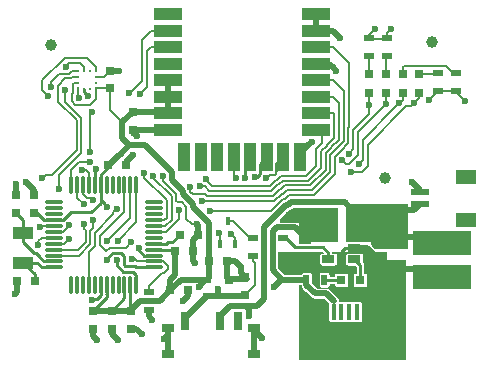
<source format=gtl>
G04 #@! TF.FileFunction,Copper,L1,Top,Signal*
%FSLAX45Y45*%
G04 Gerber Fmt 4.5, Leading zero omitted, Abs format (unit mm)*
G04 Created by KiCad (PCBNEW 4.0.7-e2-6376~61~ubuntu18.04.1) date Mon Jan 28 20:27:59 2019*
%MOMM*%
%LPD*%
G01*
G04 APERTURE LIST*
%ADD10C,0.100000*%
%ADD11R,0.750000X0.500000*%
%ADD12R,0.750000X0.600000*%
%ADD13R,0.750000X0.800000*%
%ADD14R,0.800000X0.750000*%
%ADD15R,0.800000X0.800000*%
%ADD16R,0.450000X1.380000*%
%ADD17R,1.475000X2.100000*%
%ADD18R,1.175000X1.900000*%
%ADD19R,2.375000X1.900000*%
%ADD20R,0.450000X0.700000*%
%ADD21R,0.900000X0.500000*%
%ADD22R,0.500000X0.900000*%
%ADD23R,2.450000X1.000000*%
%ADD24R,1.000000X2.450000*%
%ADD25O,1.600000X0.300000*%
%ADD26O,0.300000X1.600000*%
%ADD27R,0.275000X0.250000*%
%ADD28R,0.250000X0.275000*%
%ADD29R,1.060000X0.650000*%
%ADD30R,1.800000X1.000000*%
%ADD31C,1.000000*%
%ADD32R,0.700000X1.500000*%
%ADD33R,1.000000X0.800000*%
%ADD34R,1.550000X0.600000*%
%ADD35R,1.800000X1.200000*%
%ADD36R,5.000000X2.000000*%
%ADD37C,0.600000*%
%ADD38C,0.500000*%
%ADD39C,0.250000*%
%ADD40C,0.200000*%
%ADD41C,0.025400*%
G04 APERTURE END LIST*
D10*
D11*
X14887500Y-9455000D03*
X14702500Y-9455000D03*
D12*
X14887500Y-9330000D03*
D11*
X14702500Y-9325000D03*
D13*
X13090000Y-8755000D03*
X13090000Y-8605000D03*
X14075000Y-7900000D03*
X14075000Y-8050000D03*
D14*
X13245000Y-9330000D03*
X13095000Y-9330000D03*
D13*
X13240000Y-8755000D03*
X13240000Y-8605000D03*
X13740000Y-9585000D03*
X13740000Y-9735000D03*
X13900000Y-9585000D03*
X13900000Y-9735000D03*
X14060000Y-9585000D03*
X14060000Y-9735000D03*
D14*
X14435000Y-9080000D03*
X14585000Y-9080000D03*
X13870000Y-8350000D03*
X14020000Y-8350000D03*
X14395000Y-9410000D03*
X14545000Y-9410000D03*
X14475000Y-8940000D03*
X14625000Y-8940000D03*
D13*
X13880000Y-7550000D03*
X13880000Y-7700000D03*
X15030000Y-9450000D03*
X15030000Y-9300000D03*
X15540000Y-8965000D03*
X15540000Y-9115000D03*
D14*
X14720000Y-9165000D03*
X14870000Y-9165000D03*
D13*
X16140000Y-8985000D03*
X16140000Y-9135000D03*
D15*
X16080000Y-7740000D03*
X16080000Y-7580000D03*
X16220000Y-7740000D03*
X16220000Y-7580000D03*
X16500000Y-7740000D03*
X16500000Y-7580000D03*
X16360000Y-7740000D03*
X16360000Y-7580000D03*
X15840000Y-9320000D03*
X16000000Y-9320000D03*
D16*
X15776250Y-9589000D03*
X15841250Y-9589000D03*
X15906250Y-9589000D03*
X15971250Y-9589000D03*
X16036250Y-9589000D03*
D17*
X15660000Y-9625000D03*
X16152500Y-9625000D03*
D18*
X15822500Y-9855000D03*
X15990000Y-9855000D03*
D19*
X15615000Y-9855000D03*
X16197500Y-9855000D03*
D20*
X14815000Y-9020000D03*
X14945000Y-9020000D03*
X14880000Y-8820000D03*
D21*
X16080000Y-7425000D03*
X16080000Y-7275000D03*
X16230000Y-7425000D03*
X16230000Y-7275000D03*
X16660000Y-7570000D03*
X16660000Y-7720000D03*
X16810000Y-7570000D03*
X16810000Y-7720000D03*
X15090000Y-9115000D03*
X15090000Y-8965000D03*
X14210000Y-9425000D03*
X14210000Y-9575000D03*
X15350000Y-8965000D03*
X15350000Y-9115000D03*
D22*
X15545000Y-9320000D03*
X15695000Y-9320000D03*
D23*
X14370500Y-7070000D03*
X14370500Y-7210000D03*
X14370500Y-7350000D03*
X14370500Y-7490000D03*
X14370500Y-7630000D03*
X14370500Y-7770000D03*
X14370500Y-7910000D03*
X14370500Y-8050000D03*
X15629500Y-7070000D03*
X15629500Y-7210000D03*
X15629500Y-7350000D03*
X15629500Y-7490000D03*
X15629500Y-7630000D03*
X15629500Y-7770000D03*
X15629500Y-7910000D03*
X15629500Y-8050000D03*
D24*
X14510000Y-8279500D03*
X14650000Y-8279500D03*
X14790000Y-8279500D03*
X14930000Y-8279500D03*
X15070000Y-8279500D03*
X15210000Y-8279500D03*
X15350000Y-8279500D03*
X15490000Y-8279500D03*
D25*
X13405000Y-8665000D03*
X13405000Y-8715000D03*
X13405000Y-8765000D03*
X13405000Y-8815000D03*
X13405000Y-8865000D03*
X13405000Y-8915000D03*
X13405000Y-8965000D03*
X13405000Y-9015000D03*
X13405000Y-9065000D03*
X13405000Y-9115000D03*
X13405000Y-9165000D03*
X13405000Y-9215000D03*
D26*
X13555000Y-9365000D03*
X13605000Y-9365000D03*
X13655000Y-9365000D03*
X13705000Y-9365000D03*
X13755000Y-9365000D03*
X13805000Y-9365000D03*
X13855000Y-9365000D03*
X13905000Y-9365000D03*
X13955000Y-9365000D03*
X14005000Y-9365000D03*
X14055000Y-9365000D03*
X14105000Y-9365000D03*
D25*
X14255000Y-9215000D03*
X14255000Y-9165000D03*
X14255000Y-9115000D03*
X14255000Y-9065000D03*
X14255000Y-9015000D03*
X14255000Y-8965000D03*
X14255000Y-8915000D03*
X14255000Y-8865000D03*
X14255000Y-8815000D03*
X14255000Y-8765000D03*
X14255000Y-8715000D03*
X14255000Y-8665000D03*
D26*
X14105000Y-8515000D03*
X14055000Y-8515000D03*
X14005000Y-8515000D03*
X13955000Y-8515000D03*
X13905000Y-8515000D03*
X13855000Y-8515000D03*
X13805000Y-8515000D03*
X13755000Y-8515000D03*
X13705000Y-8515000D03*
X13655000Y-8515000D03*
X13605000Y-8515000D03*
X13555000Y-8515000D03*
D27*
X13610000Y-7550000D03*
X13610000Y-7600000D03*
X13610000Y-7650000D03*
X13610000Y-7700000D03*
D28*
X13661250Y-7701250D03*
X13711250Y-7701250D03*
D27*
X13762500Y-7550000D03*
X13762500Y-7700000D03*
X13762500Y-7600000D03*
X13762500Y-7650000D03*
D28*
X13661250Y-7548750D03*
X13711250Y-7548750D03*
D29*
X15950000Y-9145000D03*
X15950000Y-9050000D03*
X15950000Y-8955000D03*
X15730000Y-8955000D03*
X15730000Y-9145000D03*
D30*
X13150000Y-8925000D03*
X13150000Y-9175000D03*
D31*
X16210000Y-8460000D03*
X16610000Y-7310000D03*
X13380000Y-7330000D03*
D32*
X14515000Y-9665000D03*
X14815000Y-9665000D03*
X14965000Y-9665000D03*
D33*
X14375000Y-9730000D03*
X14375000Y-9950000D03*
X15105000Y-9730000D03*
X15105000Y-9950000D03*
D34*
X16506250Y-8680000D03*
X16506250Y-8580000D03*
D35*
X16893750Y-8810000D03*
X16893750Y-8450000D03*
D36*
X16690000Y-9010000D03*
X16690000Y-9300000D03*
D37*
X16440000Y-8490000D03*
X15590244Y-8151366D03*
X15840000Y-9140000D03*
X15840000Y-9220000D03*
X15520000Y-9500000D03*
X15510000Y-9590000D03*
X16130000Y-9320000D03*
X16220000Y-9230000D03*
X16310000Y-9670000D03*
X15860000Y-9450000D03*
X15950000Y-9450000D03*
X16040000Y-9450000D03*
X16130000Y-9410000D03*
X16220000Y-9410000D03*
X16220000Y-9320000D03*
X16310000Y-9320000D03*
X16310000Y-9410000D03*
X16310000Y-9500000D03*
X13950000Y-9830000D03*
X13770000Y-9830000D03*
X16890000Y-7810000D03*
X16587434Y-7795811D03*
X14330000Y-8440000D03*
X13170000Y-8490000D03*
X13290000Y-8870000D03*
X13763397Y-8386037D03*
X16260000Y-7200000D03*
X16130000Y-7200000D03*
X14080000Y-8260000D03*
X14108738Y-8104999D03*
X13727823Y-9490862D03*
X14500000Y-9500000D03*
X14240000Y-9660000D03*
X14600000Y-9180000D03*
X14620000Y-8850000D03*
X14150000Y-9780000D03*
X14340000Y-9820000D03*
X15799999Y-7550000D03*
X13960000Y-7550000D03*
X13080000Y-9440000D03*
X13090000Y-8510000D03*
X13620004Y-7776900D03*
X16310000Y-9230000D03*
X16310000Y-9591250D03*
X16120000Y-9250000D03*
X15610000Y-9230000D03*
X15460000Y-9230000D03*
X15380000Y-9200000D03*
X14990000Y-9210000D03*
X15830000Y-7270000D03*
X15510000Y-9670000D03*
X15170000Y-9810000D03*
X14635000Y-9380000D03*
X13860000Y-8700005D03*
X15270000Y-9380000D03*
X15400000Y-8770000D03*
X15470000Y-8750000D03*
X15560000Y-8850000D03*
X15650000Y-8850000D03*
X15560000Y-8750000D03*
X15650000Y-8750000D03*
X15740000Y-8750000D03*
X15740000Y-8850000D03*
X15060000Y-9630000D03*
X16240000Y-8840000D03*
X16140000Y-8840000D03*
X16040000Y-8840000D03*
X16040000Y-8730000D03*
X16140000Y-8730000D03*
X16240000Y-8730000D03*
X15940000Y-8840000D03*
X15940000Y-8730000D03*
X16340000Y-8730000D03*
X16340000Y-8840000D03*
X16340000Y-8960000D03*
X16235000Y-8985000D03*
X16080000Y-7840000D03*
X15904261Y-8251659D03*
X14950000Y-8460000D03*
X16220000Y-7833430D03*
X15847905Y-8308440D03*
X15029982Y-8461737D03*
X16460000Y-7820000D03*
X15920000Y-8410000D03*
X15205142Y-8461693D03*
X16327872Y-7827274D03*
X15987192Y-8341031D03*
X15109999Y-8452000D03*
X14249999Y-8440000D03*
X14140000Y-7750000D03*
X13856725Y-8993023D03*
X13949447Y-8987966D03*
X14061714Y-9002186D03*
X13940000Y-8720000D03*
X14800000Y-9400000D03*
X13940000Y-9152969D03*
X13860008Y-9148772D03*
X14126941Y-9049235D03*
X14810000Y-8919999D03*
X14069829Y-9144997D03*
X14910000Y-8930000D03*
X13730001Y-7900703D03*
X13710000Y-8240000D03*
X13740000Y-8810000D03*
X13699139Y-7765158D03*
X14172749Y-8419201D03*
X14044770Y-7740375D03*
X14465002Y-8724930D03*
X14730000Y-8740000D03*
X14659942Y-8654209D03*
X13660000Y-8680000D03*
X14562431Y-8530651D03*
X13736322Y-8642259D03*
X14642424Y-8529506D03*
X13642124Y-8386287D03*
X14693352Y-8467809D03*
X13711652Y-8321652D03*
X13309997Y-8460003D03*
X13275502Y-9023062D03*
X13384960Y-7683992D03*
X13534677Y-8971468D03*
X13360000Y-7760000D03*
X13534972Y-8860153D03*
X13509625Y-7515230D03*
X13504961Y-7709695D03*
X13666383Y-8849479D03*
X13451757Y-8548467D03*
D38*
X16506250Y-8580000D02*
X16506250Y-8556250D01*
X16506250Y-8556250D02*
X16440000Y-8490000D01*
X16690000Y-9300000D02*
X16620000Y-9230000D01*
X16620000Y-9230000D02*
X16310000Y-9230000D01*
X15460000Y-9230000D02*
X15500000Y-9190000D01*
X15500000Y-9190000D02*
X15570000Y-9190000D01*
X15570000Y-9190000D02*
X15610000Y-9230000D01*
X15560244Y-8181366D02*
X15590244Y-8151366D01*
X15490000Y-8251610D02*
X15560244Y-8181366D01*
X15490000Y-8279500D02*
X15490000Y-8251610D01*
D39*
X15840000Y-9140000D02*
X15840000Y-9082000D01*
X15840000Y-9082000D02*
X15872000Y-9050000D01*
X15872000Y-9050000D02*
X15950000Y-9050000D01*
X15840000Y-9220000D02*
X15840000Y-9140000D01*
X15510000Y-9590000D02*
X15510000Y-9510000D01*
X15510000Y-9510000D02*
X15520000Y-9500000D01*
X15510000Y-9670000D02*
X15510000Y-9590000D01*
X16220000Y-9320000D02*
X16310000Y-9320000D01*
X16220000Y-9230000D02*
X16310000Y-9230000D01*
X16120000Y-9250000D02*
X16200000Y-9250000D01*
X16200000Y-9250000D02*
X16220000Y-9230000D01*
X16130000Y-9320000D02*
X16220000Y-9320000D01*
X15860000Y-9450000D02*
X15950000Y-9450000D01*
X16040000Y-9450000D02*
X15950000Y-9450000D01*
X16130000Y-9410000D02*
X16080000Y-9410000D01*
X16080000Y-9410000D02*
X16040000Y-9450000D01*
X16220000Y-9410000D02*
X16130000Y-9410000D01*
X16310000Y-9410000D02*
X16220000Y-9410000D01*
X16310000Y-9591250D02*
X16310000Y-9670000D01*
X16310000Y-9500000D02*
X16310000Y-9591250D01*
X16310000Y-9410000D02*
X16310000Y-9500000D01*
X16310000Y-9320000D02*
X16310000Y-9410000D01*
X16310000Y-9230000D02*
X16310000Y-9320000D01*
D40*
X16810000Y-7720000D02*
X16810000Y-7730000D01*
X16810000Y-7730000D02*
X16890000Y-7810000D01*
X16660000Y-7720000D02*
X16660000Y-7723246D01*
X16660000Y-7723246D02*
X16587434Y-7795811D01*
X14330000Y-8480000D02*
X14330000Y-8440000D01*
X14445003Y-8595003D02*
X14330000Y-8480000D01*
X14445003Y-8655003D02*
X14445003Y-8595003D01*
X14530000Y-8802426D02*
X14530000Y-8701125D01*
X14530000Y-8701125D02*
X14493803Y-8664929D01*
X14493803Y-8664929D02*
X14454929Y-8664929D01*
X14454929Y-8664929D02*
X14445003Y-8655003D01*
X14620000Y-8850000D02*
X14577574Y-8850000D01*
X14577574Y-8850000D02*
X14530000Y-8802426D01*
D38*
X13240000Y-8605000D02*
X13240000Y-8560000D01*
X13240000Y-8560000D02*
X13170000Y-8490000D01*
X13240000Y-8605000D02*
X13249996Y-8595004D01*
X13249996Y-8595004D02*
X13249996Y-8591980D01*
D40*
X13405000Y-8865000D02*
X13295000Y-8865000D01*
X13295000Y-8865000D02*
X13290000Y-8870000D01*
D39*
X13755000Y-8515000D02*
X13755000Y-8394434D01*
X13755000Y-8394434D02*
X13763397Y-8386037D01*
D40*
X16080000Y-7275000D02*
X16080000Y-7250000D01*
X16080000Y-7250000D02*
X16130000Y-7200000D01*
X16660000Y-7720000D02*
X16660000Y-7730000D01*
X16080000Y-7280000D02*
X16225000Y-7280000D01*
X16225000Y-7280000D02*
X16230000Y-7275000D01*
X16810000Y-7720000D02*
X16810000Y-7740000D01*
X16660000Y-7720000D02*
X16810000Y-7720000D01*
X16230000Y-7275000D02*
X16230000Y-7230000D01*
X16230000Y-7230000D02*
X16260000Y-7200000D01*
D38*
X15490000Y-8279500D02*
X15490000Y-8260000D01*
X15490000Y-8279500D02*
X15490000Y-8266967D01*
X14020000Y-8350000D02*
X14020000Y-8320000D01*
X14020000Y-8320000D02*
X14080000Y-8260000D01*
X14078738Y-8074999D02*
X14108738Y-8104999D01*
X14075000Y-8071261D02*
X14078738Y-8074999D01*
X14075000Y-8050000D02*
X14075000Y-8071261D01*
D39*
X13772176Y-9480000D02*
X13738684Y-9480000D01*
X13738684Y-9480000D02*
X13727823Y-9490862D01*
X13805000Y-9365000D02*
X13805000Y-9447177D01*
X13805000Y-9447177D02*
X13772176Y-9480000D01*
X13805000Y-9445000D02*
X13805000Y-9447177D01*
X13805000Y-9365000D02*
X13805000Y-9445000D01*
D38*
X14585000Y-9080000D02*
X14585000Y-8980000D01*
X14585000Y-8980000D02*
X14625000Y-8940000D01*
X14545000Y-9410000D02*
X14545000Y-9455000D01*
X14545000Y-9455000D02*
X14500000Y-9500000D01*
X14210000Y-9575000D02*
X14210000Y-9630000D01*
X14210000Y-9630000D02*
X14240000Y-9660000D01*
X14585000Y-9080000D02*
X14585000Y-9165000D01*
X14585000Y-9165000D02*
X14600000Y-9180000D01*
X14625000Y-8940000D02*
X14625000Y-8855000D01*
X14625000Y-8855000D02*
X14620000Y-8850000D01*
X13740000Y-9735000D02*
X13740000Y-9800000D01*
X13740000Y-9800000D02*
X13770000Y-9830000D01*
X13900000Y-9735000D02*
X13900000Y-9780000D01*
X13900000Y-9780000D02*
X13950000Y-9830000D01*
X14060000Y-9735000D02*
X14105000Y-9735000D01*
X14105000Y-9735000D02*
X14150000Y-9780000D01*
X14375000Y-9730000D02*
X14375000Y-9785000D01*
X14870000Y-9165000D02*
X14945000Y-9165000D01*
X14945000Y-9165000D02*
X14990000Y-9210000D01*
X15629500Y-7490000D02*
X15739999Y-7490000D01*
X15739999Y-7490000D02*
X15769999Y-7520000D01*
X15769999Y-7520000D02*
X15799999Y-7550000D01*
X13880000Y-7550000D02*
X13960000Y-7550000D01*
X13095000Y-9330000D02*
X13095000Y-9425000D01*
X13095000Y-9425000D02*
X13080000Y-9440000D01*
X13090000Y-8605000D02*
X13090000Y-8510000D01*
D40*
X13610000Y-7700000D02*
X13610000Y-7766896D01*
X13610000Y-7766896D02*
X13620004Y-7776900D01*
D38*
X14990000Y-9210000D02*
X14990000Y-9260000D01*
X14990000Y-9260000D02*
X15030000Y-9300000D01*
X15977500Y-9067500D02*
X16037500Y-9067500D01*
X15960000Y-9050000D02*
X15977500Y-9067500D01*
X15950000Y-9050000D02*
X15960000Y-9050000D01*
X16152500Y-9625000D02*
X16276250Y-9625000D01*
X16276250Y-9625000D02*
X16310000Y-9591250D01*
X16140000Y-9135000D02*
X16140000Y-9230000D01*
X16140000Y-9230000D02*
X16120000Y-9250000D01*
X15380000Y-9200000D02*
X15430000Y-9200000D01*
X15430000Y-9200000D02*
X15460000Y-9230000D01*
X15350000Y-9115000D02*
X15350000Y-9170000D01*
X15350000Y-9170000D02*
X15380000Y-9200000D01*
X15350000Y-9115000D02*
X15540000Y-9115000D01*
X15950000Y-9050000D02*
X16055000Y-9050000D01*
X16055000Y-9050000D02*
X16140000Y-9135000D01*
X14075000Y-8050000D02*
X14162500Y-8050000D01*
X15045000Y-9315000D02*
X14897500Y-9315000D01*
X14897500Y-9315000D02*
X14887500Y-9325000D01*
X14870000Y-9165000D02*
X14870000Y-9307500D01*
X14870000Y-9307500D02*
X14887500Y-9325000D01*
X14370500Y-8050000D02*
X14075000Y-8050000D01*
X15629500Y-7210000D02*
X15629500Y-7070000D01*
X15629500Y-7210000D02*
X15770000Y-7210000D01*
X15770000Y-7210000D02*
X15830000Y-7270000D01*
X13880000Y-7550000D02*
X13920000Y-7550000D01*
X15660000Y-9625000D02*
X15555000Y-9625000D01*
X15555000Y-9625000D02*
X15510000Y-9670000D01*
X14375000Y-9730000D02*
X14375000Y-9950000D01*
X15105000Y-9730000D02*
X15105000Y-9950000D01*
X14375000Y-9785000D02*
X14340000Y-9820000D01*
X15105000Y-9730000D02*
X15105000Y-9745000D01*
X15105000Y-9745000D02*
X15170000Y-9810000D01*
D40*
X13762500Y-7600000D02*
X13830000Y-7600000D01*
X13830000Y-7600000D02*
X13880000Y-7550000D01*
D39*
X14370500Y-8050000D02*
X14327400Y-8050000D01*
D38*
X15615000Y-9855000D02*
X15615000Y-9670000D01*
X15615000Y-9670000D02*
X15660000Y-9625000D01*
X15822500Y-9855000D02*
X15615000Y-9855000D01*
X15990000Y-9855000D02*
X15822500Y-9855000D01*
X16197500Y-9855000D02*
X15990000Y-9855000D01*
X16152500Y-9625000D02*
X16152500Y-9810000D01*
X16152500Y-9810000D02*
X16197500Y-9855000D01*
X16152500Y-9625000D02*
X16072250Y-9625000D01*
X16072250Y-9625000D02*
X16038750Y-9591500D01*
X16038750Y-9591500D02*
X16038750Y-9589000D01*
D39*
X14335110Y-9951700D02*
X14384611Y-9951700D01*
X13322823Y-9165000D02*
X13405000Y-9165000D01*
X13292499Y-9134676D02*
X13322823Y-9165000D01*
X13292499Y-9130173D02*
X13292499Y-9134676D01*
X13254826Y-9092500D02*
X13292499Y-9130173D01*
X13242500Y-9092500D02*
X13254826Y-9092500D01*
X13150000Y-9000000D02*
X13242500Y-9092500D01*
X13150000Y-8925000D02*
X13150000Y-9000000D01*
X13150000Y-8925000D02*
X13150000Y-8815000D01*
X13150000Y-8815000D02*
X13090000Y-8755000D01*
X13245000Y-9330000D02*
X13245000Y-9270000D01*
X13245000Y-9270000D02*
X13150000Y-9175000D01*
X13150000Y-9175000D02*
X13265000Y-9175000D01*
X13265000Y-9175000D02*
X13305000Y-9215000D01*
X13305000Y-9215000D02*
X13405000Y-9215000D01*
X14255000Y-9015000D02*
X14360000Y-9015000D01*
X14360000Y-9015000D02*
X14372500Y-9002500D01*
X14372500Y-9002500D02*
X14410000Y-9002500D01*
X14410000Y-9002500D02*
X14472500Y-8940000D01*
X14472500Y-8940000D02*
X14475000Y-8940000D01*
D38*
X14702500Y-9325000D02*
X14690000Y-9325000D01*
X14690000Y-9325000D02*
X14635000Y-9380000D01*
D39*
X13805000Y-8667745D02*
X13805000Y-8625000D01*
X13556371Y-8747500D02*
X13725245Y-8747500D01*
X13725245Y-8747500D02*
X13805000Y-8667745D01*
X13405000Y-8815000D02*
X13488871Y-8815000D01*
X13488871Y-8815000D02*
X13556371Y-8747500D01*
X14060000Y-9585000D02*
X14055000Y-9580000D01*
X14055000Y-9580000D02*
X14055000Y-9365000D01*
X13900000Y-9585000D02*
X14060000Y-9585000D01*
X14005000Y-9477500D02*
X13900000Y-9582500D01*
X13900000Y-9582500D02*
X13900000Y-9585000D01*
X14005000Y-9365000D02*
X14005000Y-9477500D01*
X13740000Y-9585000D02*
X13740000Y-9582500D01*
X13740000Y-9582500D02*
X13855000Y-9467500D01*
X13855000Y-9467500D02*
X13855000Y-9365000D01*
D38*
X14140000Y-9500000D02*
X14060000Y-9580000D01*
X14060000Y-9580000D02*
X14060000Y-9585000D01*
X14302500Y-9500000D02*
X14140000Y-9500000D01*
D39*
X13900000Y-9585000D02*
X13900000Y-9580000D01*
X13740000Y-9585000D02*
X13740000Y-9570000D01*
X13900000Y-9585000D02*
X13962500Y-9585000D01*
D38*
X14181000Y-8180000D02*
X14046500Y-8180000D01*
X14405000Y-8477217D02*
X14405000Y-8404000D01*
X14405000Y-8404000D02*
X14181000Y-8180000D01*
X14500004Y-8592221D02*
X14500004Y-8572221D01*
X14585001Y-8677218D02*
X14500004Y-8592221D01*
X14585001Y-8707218D02*
X14585001Y-8677218D01*
X14720000Y-9165000D02*
X14720000Y-8842217D01*
X14720000Y-8842217D02*
X14585001Y-8707218D01*
X14500004Y-8572221D02*
X14405000Y-8477217D01*
D40*
X13560004Y-7810294D02*
X13560004Y-7742746D01*
X13586611Y-7836901D02*
X13560004Y-7810294D01*
X13566250Y-7736500D02*
X13566250Y-7660000D01*
X13566250Y-7660000D02*
X13576250Y-7650000D01*
X13576250Y-7650000D02*
X13610000Y-7650000D01*
X13560004Y-7742746D02*
X13566250Y-7736500D01*
X13762500Y-7790595D02*
X13716194Y-7836901D01*
X13762500Y-7700000D02*
X13762500Y-7790595D01*
X13716194Y-7836901D02*
X13586611Y-7836901D01*
D39*
X13322823Y-8815000D02*
X13405000Y-8815000D01*
X13262823Y-8755000D02*
X13322823Y-8815000D01*
X13240000Y-8755000D02*
X13262823Y-8755000D01*
X13805000Y-8432824D02*
X13870000Y-8367823D01*
X13805000Y-8515000D02*
X13805000Y-8432824D01*
X13870000Y-8367823D02*
X13870000Y-8350000D01*
X13805000Y-8620000D02*
X13805000Y-8645005D01*
X13830000Y-8670006D02*
X13860000Y-8700005D01*
X13805000Y-8645005D02*
X13830000Y-8670006D01*
D38*
X13960000Y-8262500D02*
X13964000Y-8262500D01*
X13964000Y-8262500D02*
X14046500Y-8180000D01*
X13987500Y-8100000D02*
X13987500Y-7987500D01*
X14046500Y-8180000D02*
X13987500Y-8121000D01*
X13987500Y-8121000D02*
X13987500Y-8100000D01*
D40*
X13880000Y-7700000D02*
X13762500Y-7700000D01*
D39*
X13855000Y-9365000D02*
X13855000Y-9435000D01*
X13855000Y-9435000D02*
X13852501Y-9437499D01*
D38*
X14060000Y-9585000D02*
X14060000Y-9582500D01*
X14302500Y-9500000D02*
X14392500Y-9410000D01*
X14392500Y-9410000D02*
X14395000Y-9410000D01*
X14435000Y-9210000D02*
X14435000Y-9080000D01*
X14395000Y-9410000D02*
X14395000Y-9322500D01*
X14395000Y-9322500D02*
X14435000Y-9282500D01*
X14435000Y-9282500D02*
X14435000Y-9210000D01*
X14702500Y-9325000D02*
X14480000Y-9325000D01*
X14480000Y-9325000D02*
X14395000Y-9410000D01*
D39*
X13805000Y-8600000D02*
X13805000Y-8625000D01*
D38*
X13960000Y-8262500D02*
X13872500Y-8350000D01*
X13872500Y-8350000D02*
X13870000Y-8350000D01*
D39*
X13805000Y-8620000D02*
X13805000Y-8625000D01*
X13805000Y-8620000D02*
X13805000Y-8515000D01*
X13805000Y-8515000D02*
X13805000Y-8600000D01*
D40*
X13880000Y-7700000D02*
X13880000Y-7880000D01*
X13880000Y-7880000D02*
X13987500Y-7987500D01*
D38*
X13987500Y-7987500D02*
X14075000Y-7900000D01*
X14075000Y-7902500D02*
X14075000Y-7900000D01*
D39*
X14435000Y-9080000D02*
X14420000Y-9065000D01*
X14420000Y-9065000D02*
X14255000Y-9065000D01*
D38*
X14060000Y-9585000D02*
X13740000Y-9585000D01*
X14370500Y-7770000D02*
X14370500Y-7630000D01*
X14370500Y-7910000D02*
X14370500Y-7770000D01*
X14075000Y-7900000D02*
X14360500Y-7900000D01*
X14360500Y-7900000D02*
X14370500Y-7910000D01*
X14720000Y-9165000D02*
X14720000Y-9307500D01*
X14720000Y-9307500D02*
X14702500Y-9325000D01*
D40*
X13880000Y-7700000D02*
X13880000Y-7760000D01*
D38*
X14720000Y-9165000D02*
X14722500Y-9165000D01*
X15340000Y-9320000D02*
X15330000Y-9320000D01*
X15330000Y-9320000D02*
X15270000Y-9380000D01*
D39*
X15470000Y-8750000D02*
X15420000Y-8750000D01*
X15420000Y-8750000D02*
X15400000Y-8770000D01*
X15560000Y-8750000D02*
X15470000Y-8750000D01*
D38*
X15540000Y-8962500D02*
X15540000Y-8965000D01*
X15452500Y-8875000D02*
X15540000Y-8962500D01*
X15260000Y-9240000D02*
X15260000Y-8908997D01*
X15340000Y-9320000D02*
X15260000Y-9240000D01*
X15293996Y-8875000D02*
X15452500Y-8875000D01*
X15260000Y-8908997D02*
X15293996Y-8875000D01*
X15545000Y-9320000D02*
X15340000Y-9320000D01*
X15715000Y-9435000D02*
X15615000Y-9435000D01*
X15615000Y-9435000D02*
X15545000Y-9365000D01*
D39*
X15650000Y-8850000D02*
X15560000Y-8850000D01*
X15740000Y-8850000D02*
X15650000Y-8850000D01*
X15650000Y-8750000D02*
X15560000Y-8750000D01*
X15740000Y-8750000D02*
X15650000Y-8750000D01*
X15740000Y-8850000D02*
X15740000Y-8750000D01*
X15730000Y-8955000D02*
X15730000Y-8860000D01*
X15730000Y-8860000D02*
X15740000Y-8850000D01*
X15730000Y-8955000D02*
X15652000Y-8955000D01*
X15652000Y-8955000D02*
X15640000Y-8943000D01*
D38*
X15715000Y-9435000D02*
X15776250Y-9496250D01*
X15730000Y-8955000D02*
X15550000Y-8955000D01*
X15550000Y-8955000D02*
X15540000Y-8965000D01*
D40*
X15776250Y-9589000D02*
X15776250Y-9496250D01*
X15776250Y-9496250D02*
X15773750Y-9493750D01*
D38*
X16340000Y-8960000D02*
X16640000Y-8960000D01*
X16640000Y-8960000D02*
X16690000Y-9010000D01*
X16340000Y-8730000D02*
X16456250Y-8730000D01*
X16456250Y-8730000D02*
X16506250Y-8680000D01*
X15060000Y-9630000D02*
X15060000Y-9569000D01*
X15060000Y-9569000D02*
X15031000Y-9540000D01*
X15000000Y-9540000D02*
X15130000Y-9540000D01*
X14900000Y-9540000D02*
X15000000Y-9540000D01*
X15000000Y-9540000D02*
X15031000Y-9540000D01*
D39*
X16040000Y-8840000D02*
X15940000Y-8840000D01*
X16140000Y-8840000D02*
X16040000Y-8840000D01*
X16240000Y-8840000D02*
X16140000Y-8840000D01*
X16340000Y-8840000D02*
X16240000Y-8840000D01*
X16040000Y-8730000D02*
X15940000Y-8730000D01*
X16140000Y-8730000D02*
X16040000Y-8730000D01*
X16240000Y-8730000D02*
X16140000Y-8730000D01*
X16340000Y-8730000D02*
X16240000Y-8730000D01*
X16340000Y-8840000D02*
X16302500Y-8840000D01*
X16340000Y-8730000D02*
X16340000Y-8840000D01*
D38*
X15389627Y-8687007D02*
X15411632Y-8665001D01*
X15189999Y-8871479D02*
X15374471Y-8687007D01*
X15875001Y-8665001D02*
X15910000Y-8700000D01*
X15189999Y-9480001D02*
X15189999Y-8871479D01*
X15411632Y-8665001D02*
X15875001Y-8665001D01*
X15374471Y-8687007D02*
X15389627Y-8687007D01*
X14815000Y-9625000D02*
X14900000Y-9540000D01*
X14815000Y-9665000D02*
X14815000Y-9625000D01*
X15130000Y-9540000D02*
X15189999Y-9480001D01*
X15910000Y-8700000D02*
X15940000Y-8730000D01*
D39*
X16340000Y-8860000D02*
X16340000Y-8740000D01*
X16340000Y-8990000D02*
X16340000Y-8860000D01*
X16235000Y-8985000D02*
X16335000Y-8985000D01*
X16335000Y-8985000D02*
X16340000Y-8990000D01*
D38*
X16227500Y-8985000D02*
X16250000Y-9007500D01*
X16250000Y-9000000D02*
X16235000Y-8985000D01*
D39*
X16140000Y-8985000D02*
X16235000Y-8985000D01*
D38*
X16140000Y-8985000D02*
X16227500Y-8985000D01*
D40*
X16080000Y-7840000D02*
X16080000Y-7740000D01*
X15942004Y-8213915D02*
X15942004Y-8054855D01*
X15942004Y-8054855D02*
X16080000Y-7916860D01*
X16080000Y-7916860D02*
X16080000Y-7840000D01*
X15904261Y-8251659D02*
X15942004Y-8213915D01*
X14930000Y-8279500D02*
X14930000Y-8440000D01*
X14930000Y-8440000D02*
X14950000Y-8460000D01*
D39*
X14930000Y-8279500D02*
X14930000Y-8362000D01*
X14930000Y-8279500D02*
X14930000Y-8363858D01*
D40*
X16080000Y-7580000D02*
X16080000Y-7425000D01*
X16193430Y-7860000D02*
X16220000Y-7833430D01*
X15982006Y-8071424D02*
X16193430Y-7860000D01*
X16220000Y-7833430D02*
X16220000Y-7740000D01*
X15903520Y-8338440D02*
X15982006Y-8259955D01*
X15847905Y-8308440D02*
X15877905Y-8338440D01*
X15877905Y-8338440D02*
X15903520Y-8338440D01*
X15982006Y-8259955D02*
X15982006Y-8071424D01*
X16220000Y-7740000D02*
X16213430Y-7740000D01*
D39*
X15029982Y-8319518D02*
X15029982Y-8419310D01*
X15070000Y-8279500D02*
X15029982Y-8319518D01*
X15029982Y-8419310D02*
X15029982Y-8461737D01*
D40*
X16220000Y-7580000D02*
X16220000Y-7435000D01*
X16220000Y-7435000D02*
X16230000Y-7425000D01*
X16460000Y-7820000D02*
X16500000Y-7780000D01*
X16430000Y-7850000D02*
X16460000Y-7820000D01*
X16500000Y-7780000D02*
X16500000Y-7740000D01*
X16390000Y-7850000D02*
X16430000Y-7850000D01*
X16065370Y-8174630D02*
X16390000Y-7850000D01*
X16015370Y-8410000D02*
X16065370Y-8360000D01*
X16065370Y-8360000D02*
X16065370Y-8174630D01*
X15920000Y-8410000D02*
X16015370Y-8410000D01*
X15234835Y-8432000D02*
X15205142Y-8461693D01*
X15284000Y-8432000D02*
X15350000Y-8279500D01*
X15290000Y-8426000D02*
X15284000Y-8432000D01*
X15290000Y-8339500D02*
X15290000Y-8426000D01*
X15350000Y-8279500D02*
X15290000Y-8339500D01*
X15284000Y-8432000D02*
X15234835Y-8432000D01*
X16500000Y-7580000D02*
X16650000Y-7580000D01*
X16650000Y-7580000D02*
X16660000Y-7570000D01*
X16332726Y-7827274D02*
X16327872Y-7827274D01*
X16360000Y-7800000D02*
X16332726Y-7827274D01*
X16360000Y-7740000D02*
X16360000Y-7800000D01*
X16297872Y-7857274D02*
X16327872Y-7827274D01*
X16022007Y-8133139D02*
X16297872Y-7857274D01*
X16022007Y-8306216D02*
X16022007Y-8133139D01*
X15987192Y-8341031D02*
X16022007Y-8306216D01*
D39*
X15127500Y-8452000D02*
X15109999Y-8452000D01*
X15152500Y-8337000D02*
X15152500Y-8427000D01*
X15152500Y-8427000D02*
X15127500Y-8452000D01*
X15210000Y-8279500D02*
X15152500Y-8337000D01*
D40*
X16360000Y-7580000D02*
X16360000Y-7520000D01*
X16370000Y-7510000D02*
X16730000Y-7510000D01*
X16360000Y-7520000D02*
X16370000Y-7510000D01*
X16730000Y-7510000D02*
X16790000Y-7570000D01*
X16790000Y-7570000D02*
X16810000Y-7570000D01*
D39*
X15695000Y-9320000D02*
X15840000Y-9320000D01*
X16000000Y-9320000D02*
X16000000Y-9195000D01*
X16000000Y-9195000D02*
X15950000Y-9145000D01*
D40*
X14249999Y-8440000D02*
X14249999Y-8456569D01*
X14249999Y-8456569D02*
X14263430Y-8470000D01*
X14405002Y-8611572D02*
X14249999Y-8456569D01*
X14349894Y-8865000D02*
X14405002Y-8809892D01*
X14405002Y-8809892D02*
X14405002Y-8611572D01*
X14255000Y-8865000D02*
X14349894Y-8865000D01*
X14199051Y-7378949D02*
X14199051Y-7650000D01*
X14199051Y-7690949D02*
X14199051Y-7650000D01*
X14140000Y-7750000D02*
X14199051Y-7690949D01*
X14370500Y-7350000D02*
X14228000Y-7350000D01*
X14228000Y-7350000D02*
X14199051Y-7378949D01*
X14055000Y-8515000D02*
X14055000Y-8794748D01*
X14055000Y-8794748D02*
X13886725Y-8963023D01*
X13886725Y-8963023D02*
X13856725Y-8993023D01*
X14105000Y-8770000D02*
X14105000Y-8800000D01*
X14105000Y-8800000D02*
X14105000Y-8821102D01*
X14105000Y-8800000D02*
X14105000Y-8832413D01*
X14105000Y-8832413D02*
X13949447Y-8987966D01*
X14105000Y-8770000D02*
X14105000Y-8785330D01*
X14105000Y-8515000D02*
X14105000Y-8770000D01*
X14015933Y-9047967D02*
X13880834Y-9047967D01*
X13796724Y-8952077D02*
X14005000Y-8743800D01*
X13796724Y-9027924D02*
X13796724Y-8952077D01*
X13880834Y-9047967D02*
X13848800Y-9080000D01*
X14005000Y-8615000D02*
X14005000Y-8515000D01*
X14061714Y-9002186D02*
X14015933Y-9047967D01*
X13848800Y-9080000D02*
X13796724Y-9027924D01*
X14005000Y-8743800D02*
X14005000Y-8615000D01*
X13705000Y-9083481D02*
X13756723Y-9031758D01*
X13910000Y-8766570D02*
X13910000Y-8750000D01*
X13705000Y-9365000D02*
X13705000Y-9083481D01*
X13756723Y-9031758D02*
X13756723Y-8919847D01*
X13756723Y-8919847D02*
X13910000Y-8766570D01*
X13910000Y-8750000D02*
X13940000Y-8720000D01*
D38*
X14800000Y-9455000D02*
X14702500Y-9455000D01*
X14887500Y-9455000D02*
X14800000Y-9455000D01*
X14800000Y-9455000D02*
X14800000Y-9400000D01*
D40*
X15110000Y-9180000D02*
X15110000Y-9367500D01*
X15110000Y-9367500D02*
X15030000Y-9447500D01*
X15030000Y-9447500D02*
X15030000Y-9450000D01*
X15090000Y-9115000D02*
X15090000Y-9160000D01*
X15090000Y-9160000D02*
X15110000Y-9180000D01*
D38*
X14515000Y-9665000D02*
X14515000Y-9642500D01*
X14515000Y-9642500D02*
X14702500Y-9455000D01*
X14515000Y-9665000D02*
X14515000Y-9625000D01*
X14887500Y-9455000D02*
X15035000Y-9455000D01*
D39*
X13940000Y-9195395D02*
X13940000Y-9152969D01*
X13997104Y-9252499D02*
X13940000Y-9195395D01*
X14105000Y-9365000D02*
X14105000Y-9282823D01*
X14074676Y-9252499D02*
X13997104Y-9252499D01*
X14105000Y-9282823D02*
X14074676Y-9252499D01*
X13908438Y-9090468D02*
X13972968Y-9090468D01*
X13860008Y-9138898D02*
X13908438Y-9090468D01*
X13972968Y-9090468D02*
X14002500Y-9120000D01*
X13860008Y-9148772D02*
X13860008Y-9138898D01*
X14100818Y-9215000D02*
X14093315Y-9207498D01*
X14017498Y-9207498D02*
X14002500Y-9192500D01*
X14093315Y-9207498D02*
X14017498Y-9207498D01*
X14002500Y-9192500D02*
X14010000Y-9200000D01*
X14002500Y-9120000D02*
X14002500Y-9192500D01*
X14002500Y-9142500D02*
X14002500Y-9120000D01*
X14255000Y-9215000D02*
X14150000Y-9215000D01*
X14150000Y-9215000D02*
X14100818Y-9215000D01*
X14255000Y-9215000D02*
X14100818Y-9215000D01*
X14126941Y-9049235D02*
X14126941Y-9069117D01*
X14126941Y-9069117D02*
X14172823Y-9115000D01*
X14172823Y-9115000D02*
X14255000Y-9115000D01*
D40*
X14145307Y-9046052D02*
X14144999Y-9046360D01*
X14144999Y-9083640D02*
X14176359Y-9115000D01*
X14176359Y-9115000D02*
X14255000Y-9115000D01*
X14815000Y-8924999D02*
X14810000Y-8919999D01*
X14815000Y-9020000D02*
X14815000Y-8924999D01*
X14255000Y-9165000D02*
X14110923Y-9165000D01*
X14110923Y-9165000D02*
X14090920Y-9144997D01*
X14090920Y-9144997D02*
X14069829Y-9144997D01*
X14255000Y-9165000D02*
X14155000Y-9165000D01*
X14255000Y-9165000D02*
X14335000Y-9165000D01*
X14335000Y-9165000D02*
X14370000Y-9200000D01*
X14370000Y-9200000D02*
X14370000Y-9228641D01*
X14370000Y-9228641D02*
X14338641Y-9260000D01*
X14338641Y-9260000D02*
X14323500Y-9260000D01*
X14323500Y-9260000D02*
X14210000Y-9373500D01*
X14210000Y-9373500D02*
X14210000Y-9425000D01*
X14945000Y-9020000D02*
X14945000Y-8965000D01*
X14945000Y-8965000D02*
X14910000Y-8930000D01*
X14922500Y-8820000D02*
X14880000Y-8820000D01*
X14925000Y-8820000D02*
X14922500Y-8820000D01*
X15070000Y-8965000D02*
X14925000Y-8820000D01*
X15090000Y-8965000D02*
X15070000Y-8965000D01*
X13716721Y-8903279D02*
X13740000Y-8880000D01*
X13616911Y-9115000D02*
X13716721Y-9015189D01*
X13740000Y-8880000D02*
X13740000Y-8852426D01*
X13405000Y-9115000D02*
X13616911Y-9115000D01*
X13716721Y-9015189D02*
X13716721Y-8903279D01*
X13740000Y-8852426D02*
X13740000Y-8810000D01*
X13710000Y-7920704D02*
X13730001Y-7900703D01*
X13710000Y-8240000D02*
X13710000Y-7920704D01*
X13477309Y-9115000D02*
X13482992Y-9120683D01*
X13405000Y-9115000D02*
X13477309Y-9115000D01*
D39*
X13661250Y-7727269D02*
X13669139Y-7735159D01*
X13661250Y-7701250D02*
X13661250Y-7727269D01*
X13669139Y-7735159D02*
X13699139Y-7765158D01*
X15730000Y-9145000D02*
X15730000Y-9090000D01*
X15350000Y-8965000D02*
X15370000Y-8965000D01*
X15370000Y-8965000D02*
X15447500Y-9042500D01*
X15447500Y-9042500D02*
X15682500Y-9042500D01*
X15682500Y-9042500D02*
X15730000Y-9090000D01*
D40*
X14365001Y-8646360D02*
X14172749Y-8454108D01*
X14365001Y-8793323D02*
X14365001Y-8646360D01*
X14172749Y-8454108D02*
X14172749Y-8419201D01*
X14255000Y-8815000D02*
X14343324Y-8815000D01*
X14343324Y-8815000D02*
X14365001Y-8793323D01*
X14074770Y-7710375D02*
X14044770Y-7740375D01*
X14150000Y-7288000D02*
X14150000Y-7635146D01*
X14150000Y-7635146D02*
X14074770Y-7710375D01*
X14228000Y-7210000D02*
X14150000Y-7288000D01*
X14370500Y-7210000D02*
X14228000Y-7210000D01*
X15910000Y-7488000D02*
X15910000Y-8030290D01*
X15902003Y-8165542D02*
X15837887Y-8229658D01*
X15787905Y-8283176D02*
X15787905Y-8423295D01*
X15629500Y-7350000D02*
X15772000Y-7350000D01*
X15787905Y-8423295D02*
X15611200Y-8600000D01*
X15366845Y-8632006D02*
X15351689Y-8632006D01*
X14772426Y-8740000D02*
X14730000Y-8740000D01*
X15351689Y-8632006D02*
X15243695Y-8740000D01*
X15902003Y-8038287D02*
X15902003Y-8165542D01*
X15837887Y-8229658D02*
X15837887Y-8233194D01*
X15837887Y-8233194D02*
X15787905Y-8283176D01*
X15398850Y-8600000D02*
X15366845Y-8632006D01*
X15243695Y-8740000D02*
X14772426Y-8740000D01*
X15611200Y-8600000D02*
X15398850Y-8600000D01*
X15910000Y-8030290D02*
X15902003Y-8038287D01*
X15772000Y-7350000D02*
X15910000Y-7488000D01*
X14465002Y-8767356D02*
X14465002Y-8724930D01*
X14465002Y-8806462D02*
X14465002Y-8767356D01*
X14356464Y-8915000D02*
X14465002Y-8806462D01*
X14255000Y-8915000D02*
X14356464Y-8915000D01*
X15797886Y-8213089D02*
X15797886Y-8216625D01*
X15382281Y-8559999D02*
X15350276Y-8592005D01*
X15747904Y-8406726D02*
X15594631Y-8559999D01*
X15272916Y-8654209D02*
X14702368Y-8654209D01*
X15862002Y-7720002D02*
X15862002Y-8148973D01*
X15350276Y-8592005D02*
X15335120Y-8592005D01*
X15772000Y-7630000D02*
X15862002Y-7720002D01*
X15335120Y-8592005D02*
X15272916Y-8654209D01*
X15747904Y-8266607D02*
X15747904Y-8406726D01*
X15629500Y-7630000D02*
X15772000Y-7630000D01*
X14702368Y-8654209D02*
X14659942Y-8654209D01*
X15862002Y-8148973D02*
X15797886Y-8213089D01*
X15797886Y-8216625D02*
X15747904Y-8266607D01*
X15594631Y-8559999D02*
X15382281Y-8559999D01*
X13605000Y-8515000D02*
X13605000Y-8625000D01*
X13605000Y-8625000D02*
X13660000Y-8680000D01*
X15707903Y-8390157D02*
X15578062Y-8519998D01*
X15365712Y-8519998D02*
X15333707Y-8552003D01*
X15822001Y-8132404D02*
X15757885Y-8196520D01*
X15822001Y-7820001D02*
X15822001Y-8132404D01*
X15772000Y-7770000D02*
X15822001Y-7820001D01*
X14562431Y-8573077D02*
X14562431Y-8530651D01*
X14703458Y-8610001D02*
X14687665Y-8594208D01*
X15333707Y-8552003D02*
X15318551Y-8552003D01*
X15757885Y-8196520D02*
X15757885Y-8200056D01*
X15757885Y-8200056D02*
X15707903Y-8250038D01*
X15629500Y-7770000D02*
X15772000Y-7770000D01*
X14687665Y-8594208D02*
X14583562Y-8594208D01*
X15260554Y-8610001D02*
X14703458Y-8610001D01*
X15707903Y-8250038D02*
X15707903Y-8390157D01*
X15318551Y-8552003D02*
X15260554Y-8610001D01*
X14583562Y-8594208D02*
X14562431Y-8573077D01*
X15578062Y-8519998D02*
X15365712Y-8519998D01*
X13719065Y-8625001D02*
X13736322Y-8642259D01*
X13686360Y-8625001D02*
X13719065Y-8625001D01*
X13655000Y-8593641D02*
X13686360Y-8625001D01*
X13655000Y-8515000D02*
X13655000Y-8593641D01*
X13655000Y-8515000D02*
X13659999Y-8510001D01*
X15349143Y-8479997D02*
X15317138Y-8512002D01*
X15667902Y-8373588D02*
X15561493Y-8479997D01*
X14725344Y-8570000D02*
X14684850Y-8529506D01*
X15301983Y-8512002D02*
X15243985Y-8570000D01*
X14684850Y-8529506D02*
X14642424Y-8529506D01*
X15317138Y-8512002D02*
X15301983Y-8512002D01*
X15717883Y-8183487D02*
X15667902Y-8233469D01*
X15782000Y-7920000D02*
X15782000Y-8115835D01*
X15782000Y-8115835D02*
X15717883Y-8179952D01*
X15629500Y-7910000D02*
X15772000Y-7910000D01*
X15243985Y-8570000D02*
X14725344Y-8570000D01*
X15717883Y-8179952D02*
X15717883Y-8183487D01*
X15667902Y-8233469D02*
X15667902Y-8373588D01*
X15561493Y-8479997D02*
X15349143Y-8479997D01*
X15772000Y-7910000D02*
X15782000Y-7920000D01*
X13705000Y-8515000D02*
X13705000Y-8415000D01*
X13676287Y-8386287D02*
X13642124Y-8386287D01*
X13705000Y-8415000D02*
X13676287Y-8386287D01*
X15675382Y-8165883D02*
X15627900Y-8213365D01*
X13669226Y-8321652D02*
X13711652Y-8321652D01*
X13621488Y-8321652D02*
X13669226Y-8321652D01*
X13555000Y-8388140D02*
X13621488Y-8321652D01*
X13555000Y-8515000D02*
X13555000Y-8388140D01*
X15285414Y-8472001D02*
X15235062Y-8522353D01*
X15235062Y-8522353D02*
X14747895Y-8522353D01*
X15544924Y-8439996D02*
X15332575Y-8439996D01*
X15300569Y-8472001D02*
X15285414Y-8472001D01*
X15332575Y-8439996D02*
X15300569Y-8472001D01*
X14747895Y-8522353D02*
X14723352Y-8497809D01*
X15675382Y-8095882D02*
X15675382Y-8165883D01*
X15629500Y-8050000D02*
X15675382Y-8095882D01*
X15627900Y-8213365D02*
X15627900Y-8357019D01*
X14723352Y-8497809D02*
X14693352Y-8467809D01*
X15627900Y-8357019D02*
X15544924Y-8439996D01*
X13555000Y-8515000D02*
X13555000Y-8535000D01*
X13309997Y-8460003D02*
X13339996Y-8430004D01*
X13389996Y-8430004D02*
X13600000Y-8220000D01*
X13444960Y-7676239D02*
X13505969Y-7615231D01*
X13339996Y-8430004D02*
X13389996Y-8430004D01*
X13600000Y-8220000D02*
X13600000Y-7970000D01*
X13600000Y-7970000D02*
X13444960Y-7814960D01*
X13444960Y-7814960D02*
X13444960Y-7676239D01*
X13505969Y-7615231D02*
X13554994Y-7615231D01*
X13554994Y-7615231D02*
X13570225Y-7600000D01*
X13570225Y-7600000D02*
X13576250Y-7600000D01*
X13576250Y-7600000D02*
X13610000Y-7600000D01*
X13405000Y-8965000D02*
X13305000Y-8965000D01*
X13305000Y-8965000D02*
X13275502Y-8994498D01*
X13275502Y-8994498D02*
X13275502Y-9023062D01*
X13405000Y-8965000D02*
X13409999Y-8960001D01*
X13384960Y-7641566D02*
X13384960Y-7683992D01*
X13538425Y-7575230D02*
X13451296Y-7575230D01*
X13451296Y-7575230D02*
X13384960Y-7641566D01*
X13610000Y-7550000D02*
X13563655Y-7550000D01*
X13563655Y-7550000D02*
X13538425Y-7575230D01*
X13405000Y-9015000D02*
X13491145Y-9015000D01*
X13491145Y-9015000D02*
X13534677Y-8971468D01*
X13405000Y-9015000D02*
X13400001Y-9019999D01*
X13360000Y-7760000D02*
X13310000Y-7710000D01*
X13310000Y-7710000D02*
X13310000Y-7630000D01*
X13310000Y-7630000D02*
X13500000Y-7440000D01*
X13685000Y-7440000D02*
X13762500Y-7517500D01*
X13762500Y-7517500D02*
X13762500Y-7550000D01*
X13500000Y-7440000D02*
X13685000Y-7440000D01*
X13405000Y-8915000D02*
X13483641Y-8915000D01*
X13483641Y-8915000D02*
X13534972Y-8863669D01*
X13534972Y-8863669D02*
X13534972Y-8860153D01*
X13542570Y-7482284D02*
X13539625Y-7485230D01*
X13539625Y-7485230D02*
X13509625Y-7515230D01*
X13661250Y-7548750D02*
X13661250Y-7515000D01*
X13628534Y-7482284D02*
X13542570Y-7482284D01*
X13661250Y-7515000D02*
X13628534Y-7482284D01*
X13504961Y-7814961D02*
X13504961Y-7752121D01*
X13451757Y-8548467D02*
X13451757Y-8434813D01*
X13451757Y-8434813D02*
X13640001Y-8246569D01*
X13640001Y-8246569D02*
X13640001Y-7950001D01*
X13640001Y-7950001D02*
X13504961Y-7814961D01*
X13504961Y-7752121D02*
X13504961Y-7709695D01*
X13676720Y-8902243D02*
X13666383Y-8891905D01*
X13666383Y-8891905D02*
X13666383Y-8849479D01*
X13676720Y-8998620D02*
X13676720Y-8902243D01*
X13610341Y-9065000D02*
X13676720Y-8998620D01*
X13405000Y-9065000D02*
X13610341Y-9065000D01*
X13405000Y-9065000D02*
X13409999Y-9069999D01*
D41*
G36*
X15683055Y-9090813D02*
X15677000Y-9090813D01*
X15669118Y-9092296D01*
X15661878Y-9096955D01*
X15657022Y-9104063D01*
X15655313Y-9112500D01*
X15655313Y-9177500D01*
X15656796Y-9185382D01*
X15661455Y-9192622D01*
X15668563Y-9197478D01*
X15677000Y-9199187D01*
X15783000Y-9199187D01*
X15790882Y-9197704D01*
X15798121Y-9193045D01*
X15802978Y-9185937D01*
X15804687Y-9177500D01*
X15804687Y-9112500D01*
X15875313Y-9112500D01*
X15875313Y-9177500D01*
X15876796Y-9185382D01*
X15881455Y-9192622D01*
X15888563Y-9197478D01*
X15897000Y-9199187D01*
X15956429Y-9199187D01*
X15966230Y-9208988D01*
X15966230Y-9258313D01*
X15960000Y-9258313D01*
X15952118Y-9259796D01*
X15944878Y-9264455D01*
X15940022Y-9271563D01*
X15938313Y-9280000D01*
X15938313Y-9360000D01*
X15939796Y-9367882D01*
X15944455Y-9375122D01*
X15951563Y-9379978D01*
X15960000Y-9381687D01*
X16040000Y-9381687D01*
X16047882Y-9380204D01*
X16055121Y-9375545D01*
X16059978Y-9368437D01*
X16061687Y-9360000D01*
X16061687Y-9280000D01*
X16060204Y-9272118D01*
X16055545Y-9264879D01*
X16048437Y-9260022D01*
X16040000Y-9258313D01*
X16033770Y-9258313D01*
X16033770Y-9195000D01*
X16031199Y-9182077D01*
X16024687Y-9172330D01*
X16024687Y-9112500D01*
X16023204Y-9104618D01*
X16018545Y-9097379D01*
X16011437Y-9092522D01*
X16003000Y-9090813D01*
X15897000Y-9090813D01*
X15889118Y-9092296D01*
X15881878Y-9096955D01*
X15877022Y-9104063D01*
X15875313Y-9112500D01*
X15804687Y-9112500D01*
X15803204Y-9104618D01*
X15798545Y-9097379D01*
X15791437Y-9092522D01*
X15783000Y-9090813D01*
X15763770Y-9090813D01*
X15763770Y-9090000D01*
X15762033Y-9081270D01*
X16218730Y-9081270D01*
X16218730Y-9150000D01*
X16218830Y-9150494D01*
X16219114Y-9150910D01*
X16219538Y-9151183D01*
X16220000Y-9151270D01*
X16378730Y-9151270D01*
X16378730Y-9991230D01*
X15481270Y-9991230D01*
X15481270Y-9366270D01*
X15498552Y-9366270D01*
X15499796Y-9372882D01*
X15500522Y-9374010D01*
X15502252Y-9382707D01*
X15512282Y-9397718D01*
X15582282Y-9467718D01*
X15591892Y-9474139D01*
X15597293Y-9477748D01*
X15615000Y-9481270D01*
X15695834Y-9481270D01*
X15732484Y-9517920D01*
X15732063Y-9520000D01*
X15732063Y-9658000D01*
X15733546Y-9665882D01*
X15738205Y-9673122D01*
X15745313Y-9677978D01*
X15753750Y-9679687D01*
X15798750Y-9679687D01*
X15806632Y-9678204D01*
X15808698Y-9676875D01*
X15810313Y-9677978D01*
X15818750Y-9679687D01*
X15863750Y-9679687D01*
X15871632Y-9678204D01*
X15873698Y-9676875D01*
X15875313Y-9677978D01*
X15883750Y-9679687D01*
X15928750Y-9679687D01*
X15936632Y-9678204D01*
X15938698Y-9676875D01*
X15940313Y-9677978D01*
X15948750Y-9679687D01*
X15993750Y-9679687D01*
X16001632Y-9678204D01*
X16008871Y-9673545D01*
X16013728Y-9666437D01*
X16015437Y-9658000D01*
X16015437Y-9520000D01*
X16013954Y-9512118D01*
X16009295Y-9504879D01*
X16002187Y-9500022D01*
X15993750Y-9498313D01*
X15948750Y-9498313D01*
X15940868Y-9499796D01*
X15938802Y-9501126D01*
X15937187Y-9500022D01*
X15928750Y-9498313D01*
X15883750Y-9498313D01*
X15875868Y-9499796D01*
X15873802Y-9501126D01*
X15872187Y-9500022D01*
X15863750Y-9498313D01*
X15822110Y-9498313D01*
X15822520Y-9496250D01*
X15818998Y-9478543D01*
X15808968Y-9463532D01*
X15747718Y-9402282D01*
X15740870Y-9397707D01*
X15732707Y-9392252D01*
X15715000Y-9388730D01*
X15634166Y-9388730D01*
X15591687Y-9346251D01*
X15591687Y-9275000D01*
X15648313Y-9275000D01*
X15648313Y-9365000D01*
X15649796Y-9372882D01*
X15654455Y-9380122D01*
X15661563Y-9384978D01*
X15670000Y-9386687D01*
X15720000Y-9386687D01*
X15727882Y-9385204D01*
X15735121Y-9380545D01*
X15739978Y-9373437D01*
X15741687Y-9365000D01*
X15741687Y-9353770D01*
X15778313Y-9353770D01*
X15778313Y-9360000D01*
X15779796Y-9367882D01*
X15784455Y-9375122D01*
X15791563Y-9379978D01*
X15800000Y-9381687D01*
X15880000Y-9381687D01*
X15887882Y-9380204D01*
X15895121Y-9375545D01*
X15899978Y-9368437D01*
X15901687Y-9360000D01*
X15901687Y-9280000D01*
X15900204Y-9272118D01*
X15895545Y-9264879D01*
X15888437Y-9260022D01*
X15880000Y-9258313D01*
X15800000Y-9258313D01*
X15792118Y-9259796D01*
X15784878Y-9264455D01*
X15780022Y-9271563D01*
X15778313Y-9280000D01*
X15778313Y-9286230D01*
X15741687Y-9286230D01*
X15741687Y-9275000D01*
X15740204Y-9267118D01*
X15735545Y-9259879D01*
X15728437Y-9255022D01*
X15720000Y-9253313D01*
X15670000Y-9253313D01*
X15662118Y-9254796D01*
X15654878Y-9259455D01*
X15650022Y-9266563D01*
X15648313Y-9275000D01*
X15591687Y-9275000D01*
X15590204Y-9267118D01*
X15585545Y-9259879D01*
X15578437Y-9255022D01*
X15570000Y-9253313D01*
X15520000Y-9253313D01*
X15512118Y-9254796D01*
X15504878Y-9259455D01*
X15500022Y-9266563D01*
X15498570Y-9273730D01*
X15359166Y-9273730D01*
X15306270Y-9220834D01*
X15306270Y-9081270D01*
X15673512Y-9081270D01*
X15683055Y-9090813D01*
X15683055Y-9090813D01*
G37*
X15683055Y-9090813D02*
X15677000Y-9090813D01*
X15669118Y-9092296D01*
X15661878Y-9096955D01*
X15657022Y-9104063D01*
X15655313Y-9112500D01*
X15655313Y-9177500D01*
X15656796Y-9185382D01*
X15661455Y-9192622D01*
X15668563Y-9197478D01*
X15677000Y-9199187D01*
X15783000Y-9199187D01*
X15790882Y-9197704D01*
X15798121Y-9193045D01*
X15802978Y-9185937D01*
X15804687Y-9177500D01*
X15804687Y-9112500D01*
X15875313Y-9112500D01*
X15875313Y-9177500D01*
X15876796Y-9185382D01*
X15881455Y-9192622D01*
X15888563Y-9197478D01*
X15897000Y-9199187D01*
X15956429Y-9199187D01*
X15966230Y-9208988D01*
X15966230Y-9258313D01*
X15960000Y-9258313D01*
X15952118Y-9259796D01*
X15944878Y-9264455D01*
X15940022Y-9271563D01*
X15938313Y-9280000D01*
X15938313Y-9360000D01*
X15939796Y-9367882D01*
X15944455Y-9375122D01*
X15951563Y-9379978D01*
X15960000Y-9381687D01*
X16040000Y-9381687D01*
X16047882Y-9380204D01*
X16055121Y-9375545D01*
X16059978Y-9368437D01*
X16061687Y-9360000D01*
X16061687Y-9280000D01*
X16060204Y-9272118D01*
X16055545Y-9264879D01*
X16048437Y-9260022D01*
X16040000Y-9258313D01*
X16033770Y-9258313D01*
X16033770Y-9195000D01*
X16031199Y-9182077D01*
X16024687Y-9172330D01*
X16024687Y-9112500D01*
X16023204Y-9104618D01*
X16018545Y-9097379D01*
X16011437Y-9092522D01*
X16003000Y-9090813D01*
X15897000Y-9090813D01*
X15889118Y-9092296D01*
X15881878Y-9096955D01*
X15877022Y-9104063D01*
X15875313Y-9112500D01*
X15804687Y-9112500D01*
X15803204Y-9104618D01*
X15798545Y-9097379D01*
X15791437Y-9092522D01*
X15783000Y-9090813D01*
X15763770Y-9090813D01*
X15763770Y-9090000D01*
X15762033Y-9081270D01*
X16218730Y-9081270D01*
X16218730Y-9150000D01*
X16218830Y-9150494D01*
X16219114Y-9150910D01*
X16219538Y-9151183D01*
X16220000Y-9151270D01*
X16378730Y-9151270D01*
X16378730Y-9991230D01*
X15481270Y-9991230D01*
X15481270Y-9366270D01*
X15498552Y-9366270D01*
X15499796Y-9372882D01*
X15500522Y-9374010D01*
X15502252Y-9382707D01*
X15512282Y-9397718D01*
X15582282Y-9467718D01*
X15591892Y-9474139D01*
X15597293Y-9477748D01*
X15615000Y-9481270D01*
X15695834Y-9481270D01*
X15732484Y-9517920D01*
X15732063Y-9520000D01*
X15732063Y-9658000D01*
X15733546Y-9665882D01*
X15738205Y-9673122D01*
X15745313Y-9677978D01*
X15753750Y-9679687D01*
X15798750Y-9679687D01*
X15806632Y-9678204D01*
X15808698Y-9676875D01*
X15810313Y-9677978D01*
X15818750Y-9679687D01*
X15863750Y-9679687D01*
X15871632Y-9678204D01*
X15873698Y-9676875D01*
X15875313Y-9677978D01*
X15883750Y-9679687D01*
X15928750Y-9679687D01*
X15936632Y-9678204D01*
X15938698Y-9676875D01*
X15940313Y-9677978D01*
X15948750Y-9679687D01*
X15993750Y-9679687D01*
X16001632Y-9678204D01*
X16008871Y-9673545D01*
X16013728Y-9666437D01*
X16015437Y-9658000D01*
X16015437Y-9520000D01*
X16013954Y-9512118D01*
X16009295Y-9504879D01*
X16002187Y-9500022D01*
X15993750Y-9498313D01*
X15948750Y-9498313D01*
X15940868Y-9499796D01*
X15938802Y-9501126D01*
X15937187Y-9500022D01*
X15928750Y-9498313D01*
X15883750Y-9498313D01*
X15875868Y-9499796D01*
X15873802Y-9501126D01*
X15872187Y-9500022D01*
X15863750Y-9498313D01*
X15822110Y-9498313D01*
X15822520Y-9496250D01*
X15818998Y-9478543D01*
X15808968Y-9463532D01*
X15747718Y-9402282D01*
X15740870Y-9397707D01*
X15732707Y-9392252D01*
X15715000Y-9388730D01*
X15634166Y-9388730D01*
X15591687Y-9346251D01*
X15591687Y-9275000D01*
X15648313Y-9275000D01*
X15648313Y-9365000D01*
X15649796Y-9372882D01*
X15654455Y-9380122D01*
X15661563Y-9384978D01*
X15670000Y-9386687D01*
X15720000Y-9386687D01*
X15727882Y-9385204D01*
X15735121Y-9380545D01*
X15739978Y-9373437D01*
X15741687Y-9365000D01*
X15741687Y-9353770D01*
X15778313Y-9353770D01*
X15778313Y-9360000D01*
X15779796Y-9367882D01*
X15784455Y-9375122D01*
X15791563Y-9379978D01*
X15800000Y-9381687D01*
X15880000Y-9381687D01*
X15887882Y-9380204D01*
X15895121Y-9375545D01*
X15899978Y-9368437D01*
X15901687Y-9360000D01*
X15901687Y-9280000D01*
X15900204Y-9272118D01*
X15895545Y-9264879D01*
X15888437Y-9260022D01*
X15880000Y-9258313D01*
X15800000Y-9258313D01*
X15792118Y-9259796D01*
X15784878Y-9264455D01*
X15780022Y-9271563D01*
X15778313Y-9280000D01*
X15778313Y-9286230D01*
X15741687Y-9286230D01*
X15741687Y-9275000D01*
X15740204Y-9267118D01*
X15735545Y-9259879D01*
X15728437Y-9255022D01*
X15720000Y-9253313D01*
X15670000Y-9253313D01*
X15662118Y-9254796D01*
X15654878Y-9259455D01*
X15650022Y-9266563D01*
X15648313Y-9275000D01*
X15591687Y-9275000D01*
X15590204Y-9267118D01*
X15585545Y-9259879D01*
X15578437Y-9255022D01*
X15570000Y-9253313D01*
X15520000Y-9253313D01*
X15512118Y-9254796D01*
X15504878Y-9259455D01*
X15500022Y-9266563D01*
X15498570Y-9273730D01*
X15359166Y-9273730D01*
X15306270Y-9220834D01*
X15306270Y-9081270D01*
X15673512Y-9081270D01*
X15683055Y-9090813D01*
G36*
X16398730Y-9048730D02*
X16119166Y-9048730D01*
X16091270Y-9020834D01*
X16091270Y-8990000D01*
X16091170Y-8989506D01*
X16090885Y-8989090D01*
X16090462Y-8988817D01*
X16090000Y-8988730D01*
X15881270Y-8988730D01*
X15881270Y-8681270D01*
X16398730Y-8681270D01*
X16398730Y-9048730D01*
X16398730Y-9048730D01*
G37*
X16398730Y-9048730D02*
X16119166Y-9048730D01*
X16091270Y-9020834D01*
X16091270Y-8990000D01*
X16091170Y-8989506D01*
X16090885Y-8989090D01*
X16090462Y-8988817D01*
X16090000Y-8988730D01*
X15881270Y-8988730D01*
X15881270Y-8681270D01*
X16398730Y-8681270D01*
X16398730Y-9048730D01*
G36*
X15808730Y-8988730D02*
X15580000Y-8988730D01*
X15579506Y-8988830D01*
X15579090Y-8989115D01*
X15578817Y-8989538D01*
X15578730Y-8990000D01*
X15578730Y-9008730D01*
X15481270Y-9008730D01*
X15481270Y-8830000D01*
X15481170Y-8829506D01*
X15480885Y-8829090D01*
X15480462Y-8828817D01*
X15480000Y-8828730D01*
X15321270Y-8828730D01*
X15321270Y-8805644D01*
X15394633Y-8732281D01*
X15407334Y-8729755D01*
X15422345Y-8719725D01*
X15430798Y-8711271D01*
X15808730Y-8711271D01*
X15808730Y-8988730D01*
X15808730Y-8988730D01*
G37*
X15808730Y-8988730D02*
X15580000Y-8988730D01*
X15579506Y-8988830D01*
X15579090Y-8989115D01*
X15578817Y-8989538D01*
X15578730Y-8990000D01*
X15578730Y-9008730D01*
X15481270Y-9008730D01*
X15481270Y-8830000D01*
X15481170Y-8829506D01*
X15480885Y-8829090D01*
X15480462Y-8828817D01*
X15480000Y-8828730D01*
X15321270Y-8828730D01*
X15321270Y-8805644D01*
X15394633Y-8732281D01*
X15407334Y-8729755D01*
X15422345Y-8719725D01*
X15430798Y-8711271D01*
X15808730Y-8711271D01*
X15808730Y-8988730D01*
M02*

</source>
